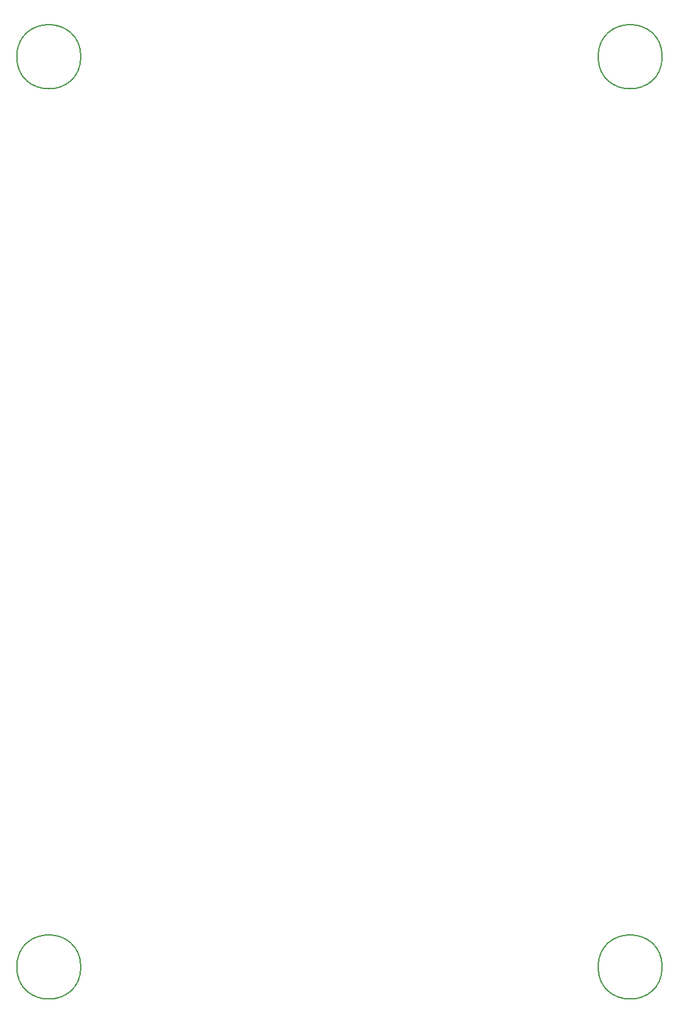
<source format=gbr>
G04 #@! TF.GenerationSoftware,KiCad,Pcbnew,5.1.9+dfsg1-1*
G04 #@! TF.CreationDate,2022-06-11T23:02:00-07:00*
G04 #@! TF.ProjectId,keypad,6b657970-6164-42e6-9b69-6361645f7063,rev?*
G04 #@! TF.SameCoordinates,Original*
G04 #@! TF.FileFunction,Other,Comment*
%FSLAX46Y46*%
G04 Gerber Fmt 4.6, Leading zero omitted, Abs format (unit mm)*
G04 Created by KiCad (PCBNEW 5.1.9+dfsg1-1) date 2022-06-11 23:02:00*
%MOMM*%
%LPD*%
G01*
G04 APERTURE LIST*
%ADD10C,0.150000*%
G04 APERTURE END LIST*
D10*
G04 #@! TO.C,H1*
X191300000Y-157000000D02*
G75*
G03*
X191300000Y-157000000I-4300000J0D01*
G01*
G04 #@! TO.C,H2*
X113300000Y-157000000D02*
G75*
G03*
X113300000Y-157000000I-4300000J0D01*
G01*
G04 #@! TO.C,H3*
X191300000Y-35000000D02*
G75*
G03*
X191300000Y-35000000I-4300000J0D01*
G01*
G04 #@! TO.C,H4*
X113300000Y-35000000D02*
G75*
G03*
X113300000Y-35000000I-4300000J0D01*
G01*
G04 #@! TD*
M02*

</source>
